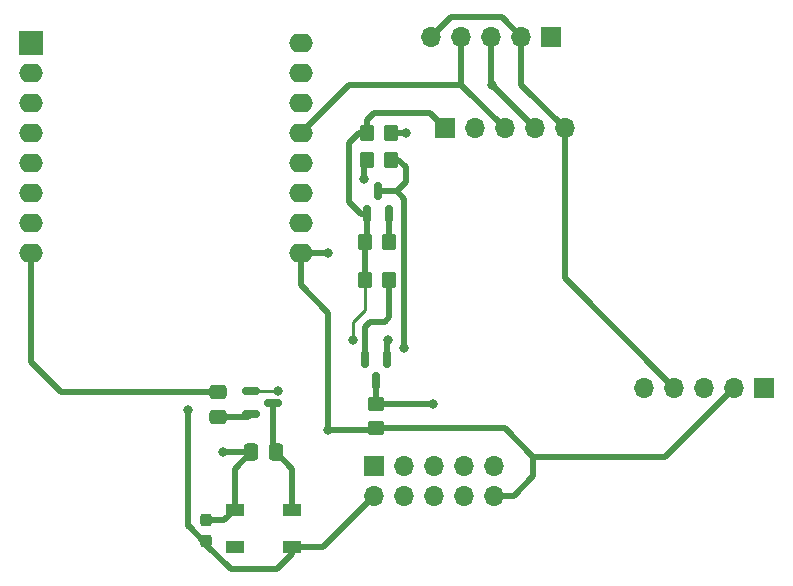
<source format=gbr>
%TF.GenerationSoftware,KiCad,Pcbnew,(6.0.0)*%
%TF.CreationDate,2022-04-16T20:40:41+02:00*%
%TF.ProjectId,bewegungsmelder,62657765-6775-46e6-9773-6d656c646572,rev?*%
%TF.SameCoordinates,Original*%
%TF.FileFunction,Copper,L1,Top*%
%TF.FilePolarity,Positive*%
%FSLAX46Y46*%
G04 Gerber Fmt 4.6, Leading zero omitted, Abs format (unit mm)*
G04 Created by KiCad (PCBNEW (6.0.0)) date 2022-04-16 20:40:41*
%MOMM*%
%LPD*%
G01*
G04 APERTURE LIST*
G04 Aperture macros list*
%AMRoundRect*
0 Rectangle with rounded corners*
0 $1 Rounding radius*
0 $2 $3 $4 $5 $6 $7 $8 $9 X,Y pos of 4 corners*
0 Add a 4 corners polygon primitive as box body*
4,1,4,$2,$3,$4,$5,$6,$7,$8,$9,$2,$3,0*
0 Add four circle primitives for the rounded corners*
1,1,$1+$1,$2,$3*
1,1,$1+$1,$4,$5*
1,1,$1+$1,$6,$7*
1,1,$1+$1,$8,$9*
0 Add four rect primitives between the rounded corners*
20,1,$1+$1,$2,$3,$4,$5,0*
20,1,$1+$1,$4,$5,$6,$7,0*
20,1,$1+$1,$6,$7,$8,$9,0*
20,1,$1+$1,$8,$9,$2,$3,0*%
G04 Aperture macros list end*
%TA.AperFunction,ComponentPad*%
%ADD10O,1.700000X1.700000*%
%TD*%
%TA.AperFunction,ComponentPad*%
%ADD11R,1.700000X1.700000*%
%TD*%
%TA.AperFunction,SMDPad,CuDef*%
%ADD12RoundRect,0.237500X-0.237500X0.300000X-0.237500X-0.300000X0.237500X-0.300000X0.237500X0.300000X0*%
%TD*%
%TA.AperFunction,SMDPad,CuDef*%
%ADD13RoundRect,0.250000X0.450000X-0.350000X0.450000X0.350000X-0.450000X0.350000X-0.450000X-0.350000X0*%
%TD*%
%TA.AperFunction,ComponentPad*%
%ADD14R,2.000000X2.000000*%
%TD*%
%TA.AperFunction,ComponentPad*%
%ADD15O,2.000000X1.600000*%
%TD*%
%TA.AperFunction,SMDPad,CuDef*%
%ADD16RoundRect,0.150000X-0.150000X0.587500X-0.150000X-0.587500X0.150000X-0.587500X0.150000X0.587500X0*%
%TD*%
%TA.AperFunction,SMDPad,CuDef*%
%ADD17RoundRect,0.250000X-0.337500X-0.475000X0.337500X-0.475000X0.337500X0.475000X-0.337500X0.475000X0*%
%TD*%
%TA.AperFunction,SMDPad,CuDef*%
%ADD18RoundRect,0.250000X-0.350000X-0.450000X0.350000X-0.450000X0.350000X0.450000X-0.350000X0.450000X0*%
%TD*%
%TA.AperFunction,SMDPad,CuDef*%
%ADD19RoundRect,0.250000X-0.475000X0.337500X-0.475000X-0.337500X0.475000X-0.337500X0.475000X0.337500X0*%
%TD*%
%TA.AperFunction,SMDPad,CuDef*%
%ADD20R,1.500000X1.000000*%
%TD*%
%TA.AperFunction,SMDPad,CuDef*%
%ADD21RoundRect,0.150000X-0.587500X-0.150000X0.587500X-0.150000X0.587500X0.150000X-0.587500X0.150000X0*%
%TD*%
%TA.AperFunction,SMDPad,CuDef*%
%ADD22RoundRect,0.150000X0.150000X-0.587500X0.150000X0.587500X-0.150000X0.587500X-0.150000X-0.587500X0*%
%TD*%
%TA.AperFunction,ViaPad*%
%ADD23C,0.800000*%
%TD*%
%TA.AperFunction,Conductor*%
%ADD24C,0.500000*%
%TD*%
%TA.AperFunction,Conductor*%
%ADD25C,0.250000*%
%TD*%
G04 APERTURE END LIST*
D10*
%TO.P,J1,1,Pin_1*%
%TO.N,GND*%
X101854000Y-126238000D03*
%TO.P,J1,2,Pin_2*%
%TO.N,RX_KNX*%
X104394000Y-126238000D03*
%TO.P,J1,3,Pin_3*%
%TO.N,unconnected-(J1-Pad3)*%
X106934000Y-126238000D03*
%TO.P,J1,4,Pin_4*%
%TO.N,TX_KNX*%
X109474000Y-126238000D03*
%TO.P,J1,5,Pin_5*%
%TO.N,+5V*%
X112014000Y-126238000D03*
%TO.P,J1,6,Pin_6*%
%TO.N,unconnected-(J1-Pad6)*%
X112014000Y-123698000D03*
%TO.P,J1,7,Pin_7*%
%TO.N,unconnected-(J1-Pad7)*%
X109474000Y-123698000D03*
%TO.P,J1,8,Pin_8*%
%TO.N,unconnected-(J1-Pad8)*%
X106934000Y-123698000D03*
%TO.P,J1,9,Pin_9*%
%TO.N,unconnected-(J1-Pad9)*%
X104394000Y-123698000D03*
D11*
%TO.P,J1,10,Pin_10*%
%TO.N,unconnected-(J1-Pad10)*%
X101854000Y-123698000D03*
%TD*%
%TO.P,J3,1,Pin_1*%
%TO.N,+3V3*%
X116840000Y-87408000D03*
D10*
%TO.P,J3,2,Pin_2*%
%TO.N,GND*%
X114300000Y-87408000D03*
%TO.P,J3,3,Pin_3*%
%TO.N,SEN_SCL*%
X111760000Y-87408000D03*
%TO.P,J3,4,Pin_4*%
%TO.N,SEN_SDA*%
X109220000Y-87408000D03*
%TO.P,J3,5,Pin_5*%
%TO.N,GND*%
X106680000Y-87408000D03*
%TD*%
D11*
%TO.P,J2,1,Pin_1*%
%TO.N,CDS*%
X134874000Y-117094000D03*
D10*
%TO.P,J2,2,Pin_2*%
%TO.N,+5V*%
X132334000Y-117094000D03*
%TO.P,J2,3,Pin_3*%
%TO.N,RCWL_OUT*%
X129794000Y-117094000D03*
%TO.P,J2,4,Pin_4*%
%TO.N,GND*%
X127254000Y-117094000D03*
%TO.P,J2,5,Pin_5*%
%TO.N,unconnected-(J2-Pad5)*%
X124714000Y-117094000D03*
%TD*%
D12*
%TO.P,C1,1*%
%TO.N,+5V*%
X87630000Y-128323000D03*
%TO.P,C1,2*%
%TO.N,GND*%
X87630000Y-130048000D03*
%TD*%
D13*
%TO.P,R4,1*%
%TO.N,+5V*%
X101981000Y-120523000D03*
%TO.P,R4,2*%
%TO.N,TX_KNX*%
X101981000Y-118523000D03*
%TD*%
D14*
%TO.P,U1,1,~{RST}*%
%TO.N,unconnected-(U1-Pad1)*%
X72748000Y-87884000D03*
D15*
%TO.P,U1,2,A0*%
%TO.N,unconnected-(U1-Pad2)*%
X72748000Y-90424000D03*
%TO.P,U1,3,D0*%
%TO.N,unconnected-(U1-Pad3)*%
X72748000Y-92964000D03*
%TO.P,U1,4,SCK/D5*%
%TO.N,unconnected-(U1-Pad4)*%
X72748000Y-95504000D03*
%TO.P,U1,5,MISO/D6*%
%TO.N,unconnected-(U1-Pad5)*%
X72748000Y-98044000D03*
%TO.P,U1,6,MOSI/D7*%
%TO.N,unconnected-(U1-Pad6)*%
X72748000Y-100584000D03*
%TO.P,U1,7,CS/D8*%
%TO.N,unconnected-(U1-Pad7)*%
X72748000Y-103124000D03*
%TO.P,U1,8,3V3*%
%TO.N,+3V3*%
X72748000Y-105664000D03*
%TO.P,U1,9,5V*%
%TO.N,+5V*%
X95608000Y-105664000D03*
%TO.P,U1,10,GND*%
%TO.N,GND*%
X95608000Y-103124000D03*
%TO.P,U1,11,D4*%
%TO.N,RCWL_OUT*%
X95608000Y-100584000D03*
%TO.P,U1,12,D3*%
%TO.N,SEN_OW*%
X95608000Y-98044000D03*
%TO.P,U1,13,SDA/D2*%
%TO.N,SEN_SDA*%
X95608000Y-95504000D03*
%TO.P,U1,14,SCL/D1*%
%TO.N,SEN_SCL*%
X95608000Y-92964000D03*
%TO.P,U1,15,RX*%
%TO.N,TX_ESP*%
X95608000Y-90424000D03*
%TO.P,U1,16,TX*%
%TO.N,RX_ESP*%
X95608000Y-87884000D03*
%TD*%
D16*
%TO.P,Q1,1,G*%
%TO.N,+3V3*%
X102931000Y-114632500D03*
%TO.P,Q1,2,S*%
%TO.N,ESP_RX*%
X101031000Y-114632500D03*
%TO.P,Q1,3,D*%
%TO.N,TX_KNX*%
X101981000Y-116507500D03*
%TD*%
D17*
%TO.P,R7,1*%
%TO.N,+5V*%
X91440000Y-122555000D03*
%TO.P,R7,2*%
%TO.N,Net-(D1-Pad4)*%
X93515000Y-122555000D03*
%TD*%
D18*
%TO.P,R2,1*%
%TO.N,+3V3*%
X101092000Y-107950000D03*
%TO.P,R2,2*%
%TO.N,ESP_RX*%
X103092000Y-107950000D03*
%TD*%
%TO.P,R1,1*%
%TO.N,+3V3*%
X101235000Y-95504000D03*
%TO.P,R1,2*%
%TO.N,SEN_OW*%
X103235000Y-95504000D03*
%TD*%
D19*
%TO.P,R6,1*%
%TO.N,+3V3*%
X88646000Y-117475000D03*
%TO.P,R6,2*%
%TO.N,NEOP*%
X88646000Y-119550000D03*
%TD*%
D18*
%TO.P,R5,1*%
%TO.N,+5V*%
X101219000Y-97790000D03*
%TO.P,R5,2*%
%TO.N,RX_KNX*%
X103219000Y-97790000D03*
%TD*%
D20*
%TO.P,D1,1,VDD*%
%TO.N,+5V*%
X90006000Y-127432000D03*
%TO.P,D1,2,DOUT*%
%TO.N,unconnected-(D1-Pad2)*%
X90006000Y-130632000D03*
%TO.P,D1,3,VSS*%
%TO.N,GND*%
X94906000Y-130632000D03*
%TO.P,D1,4,DIN*%
%TO.N,Net-(D1-Pad4)*%
X94906000Y-127432000D03*
%TD*%
D11*
%TO.P,J4,1,Pin_1*%
%TO.N,+3V3*%
X107828000Y-95123000D03*
D10*
%TO.P,J4,2,Pin_2*%
%TO.N,SEN_OW*%
X110368000Y-95123000D03*
%TO.P,J4,3,Pin_3*%
%TO.N,SEN_SDA*%
X112908000Y-95123000D03*
%TO.P,J4,4,Pin_4*%
%TO.N,SEN_SCL*%
X115448000Y-95123000D03*
%TO.P,J4,5,Pin_5*%
%TO.N,GND*%
X117988000Y-95123000D03*
%TD*%
D18*
%TO.P,R3,1*%
%TO.N,+3V3*%
X101092000Y-104775000D03*
%TO.P,R3,2*%
%TO.N,ESP_TX*%
X103092000Y-104775000D03*
%TD*%
D21*
%TO.P,Q3,1,G*%
%TO.N,+3V3*%
X91391500Y-117414000D03*
%TO.P,Q3,2,S*%
%TO.N,NEOP*%
X91391500Y-119314000D03*
%TO.P,Q3,3,D*%
%TO.N,Net-(D1-Pad4)*%
X93266500Y-118364000D03*
%TD*%
D22*
%TO.P,Q2,1,G*%
%TO.N,+3V3*%
X101219000Y-102362000D03*
%TO.P,Q2,2,S*%
%TO.N,ESP_TX*%
X103119000Y-102362000D03*
%TO.P,Q2,3,D*%
%TO.N,RX_KNX*%
X102169000Y-100487000D03*
%TD*%
D23*
%TO.N,SEN_SCL*%
X111826000Y-91501000D03*
%TO.N,SEN_OW*%
X104521000Y-95504000D03*
%TO.N,+3V3*%
X100076000Y-113030000D03*
%TO.N,GND*%
X86106000Y-118999000D03*
%TO.N,+5V*%
X100965000Y-99441000D03*
X97917000Y-120650000D03*
X97917000Y-105664000D03*
X89027000Y-122555000D03*
%TO.N,RX_KNX*%
X104394000Y-113783000D03*
%TO.N,TX_KNX*%
X106807000Y-118491000D03*
%TO.N,+3V3*%
X93726000Y-117348000D03*
X102997000Y-113030000D03*
%TD*%
D24*
%TO.N,GND*%
X117988000Y-107828000D02*
X127254000Y-117094000D01*
X117988000Y-95123000D02*
X117988000Y-107828000D01*
%TO.N,SEN_SDA*%
X99677000Y-91435000D02*
X95608000Y-95504000D01*
X109220000Y-91435000D02*
X99677000Y-91435000D01*
%TO.N,SEN_SCL*%
X111826000Y-91501000D02*
X111760000Y-91435000D01*
%TO.N,GND*%
X112617000Y-85725000D02*
X114300000Y-87408000D01*
X108363000Y-85725000D02*
X112617000Y-85725000D01*
X106680000Y-87408000D02*
X108363000Y-85725000D01*
%TO.N,SEN_SDA*%
X109220000Y-91435000D02*
X109220000Y-87408000D01*
X112908000Y-95123000D02*
X109220000Y-91435000D01*
%TO.N,SEN_SCL*%
X111760000Y-91435000D02*
X111760000Y-87408000D01*
X115448000Y-95123000D02*
X111826000Y-91501000D01*
%TO.N,GND*%
X114300000Y-91435000D02*
X117988000Y-95123000D01*
X114300000Y-87408000D02*
X114300000Y-91435000D01*
%TO.N,SEN_OW*%
X103235000Y-95504000D02*
X104521000Y-95504000D01*
%TO.N,+3V3*%
X106558000Y-93853000D02*
X107828000Y-95123000D01*
X101854000Y-93853000D02*
X106558000Y-93853000D01*
X101235000Y-94472000D02*
X101854000Y-93853000D01*
X101235000Y-95504000D02*
X101235000Y-94472000D01*
%TO.N,TX_KNX*%
X106807000Y-118491000D02*
X102013000Y-118491000D01*
X102013000Y-118491000D02*
X101981000Y-118523000D01*
%TO.N,+5V*%
X126492000Y-122936000D02*
X132334000Y-117094000D01*
X112903000Y-120523000D02*
X115316000Y-122936000D01*
X115316000Y-122936000D02*
X126492000Y-122936000D01*
X101981000Y-120523000D02*
X112903000Y-120523000D01*
X113665000Y-126238000D02*
X112014000Y-126238000D01*
X115316000Y-124587000D02*
X113665000Y-126238000D01*
X115316000Y-123063000D02*
X115316000Y-124587000D01*
%TO.N,SEN_SDA*%
X95608000Y-95504000D02*
X95885000Y-95504000D01*
D25*
%TO.N,+3V3*%
X101092000Y-110490000D02*
X100076000Y-111506000D01*
X100076000Y-111506000D02*
X100076000Y-113030000D01*
X101092000Y-107950000D02*
X101092000Y-110490000D01*
D24*
%TO.N,+5V*%
X101854000Y-120650000D02*
X101981000Y-120523000D01*
X97917000Y-110744000D02*
X95608000Y-108435000D01*
X95608000Y-108435000D02*
X95608000Y-105664000D01*
X97917000Y-120650000D02*
X97917000Y-110744000D01*
X97917000Y-120650000D02*
X101854000Y-120650000D01*
%TO.N,GND*%
X89685978Y-132461000D02*
X93599000Y-132461000D01*
X87630000Y-130048000D02*
X87376000Y-130048000D01*
X86106000Y-128778000D02*
X86106000Y-118999000D01*
X87376000Y-130048000D02*
X86233000Y-128905000D01*
X86233000Y-128905000D02*
X86106000Y-128778000D01*
X93599000Y-132461000D02*
X94906000Y-131154000D01*
X94906000Y-130632000D02*
X97460000Y-130632000D01*
X87630000Y-130048000D02*
X87630000Y-130405022D01*
X97460000Y-130632000D02*
X101854000Y-126238000D01*
X87630000Y-130405022D02*
X89685978Y-132461000D01*
X94906000Y-131154000D02*
X94906000Y-130632000D01*
%TO.N,Net-(D1-Pad4)*%
X93266500Y-118364000D02*
X93266500Y-122306500D01*
X94906000Y-127432000D02*
X94906000Y-123946000D01*
X94906000Y-123946000D02*
X93515000Y-122555000D01*
X93266500Y-122306500D02*
X93515000Y-122555000D01*
%TO.N,+5V*%
X89115000Y-128323000D02*
X90006000Y-127432000D01*
X91440000Y-122555000D02*
X89027000Y-122555000D01*
X90006000Y-123989000D02*
X90006000Y-127432000D01*
X100965000Y-98044000D02*
X101219000Y-97790000D01*
X87630000Y-128323000D02*
X89115000Y-128323000D01*
X100965000Y-99441000D02*
X100965000Y-98044000D01*
X91440000Y-122555000D02*
X90006000Y-123989000D01*
X95608000Y-105664000D02*
X97917000Y-105664000D01*
%TO.N,RX_KNX*%
X104394000Y-113783000D02*
X104394000Y-101152000D01*
X104521000Y-99695000D02*
X103729000Y-100487000D01*
X104521000Y-98425000D02*
X104521000Y-99695000D01*
X104394000Y-101152000D02*
X103729000Y-100487000D01*
X103729000Y-100487000D02*
X102169000Y-100487000D01*
X103886000Y-97790000D02*
X104521000Y-98425000D01*
X103219000Y-97790000D02*
X103886000Y-97790000D01*
%TO.N,TX_KNX*%
X101981000Y-116507500D02*
X101981000Y-118523000D01*
%TO.N,+3V3*%
X72748000Y-114912000D02*
X75311000Y-117475000D01*
X100711000Y-102362000D02*
X101219000Y-102362000D01*
X101235000Y-95504000D02*
X100584000Y-95504000D01*
X101092000Y-104775000D02*
X101092000Y-107950000D01*
X101219000Y-102362000D02*
X101219000Y-104648000D01*
D25*
X91391500Y-117414000D02*
X93660000Y-117414000D01*
D24*
X100584000Y-95504000D02*
X99695000Y-96393000D01*
D25*
X93660000Y-117414000D02*
X93726000Y-117348000D01*
D24*
X99695000Y-96393000D02*
X99695000Y-101346000D01*
X72748000Y-105664000D02*
X72748000Y-114912000D01*
X101219000Y-104648000D02*
X101092000Y-104775000D01*
X102931000Y-113096000D02*
X102997000Y-113030000D01*
X102931000Y-114632500D02*
X102931000Y-113096000D01*
X99695000Y-101346000D02*
X100711000Y-102362000D01*
X75311000Y-117475000D02*
X88646000Y-117475000D01*
%TO.N,ESP_RX*%
X103092000Y-111157000D02*
X103092000Y-107950000D01*
X101031000Y-111948000D02*
X101473000Y-111506000D01*
X102743000Y-111506000D02*
X103092000Y-111157000D01*
X101031000Y-114632500D02*
X101031000Y-111948000D01*
X101473000Y-111506000D02*
X102743000Y-111506000D01*
%TO.N,ESP_TX*%
X103119000Y-104748000D02*
X103092000Y-104775000D01*
X103119000Y-102362000D02*
X103119000Y-104748000D01*
%TO.N,NEOP*%
X88646000Y-119550000D02*
X91155500Y-119550000D01*
X91155500Y-119550000D02*
X91391500Y-119314000D01*
%TD*%
M02*

</source>
